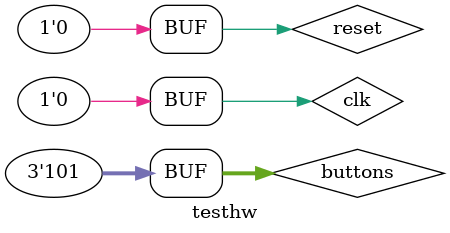
<source format=sv>
`timescale 1ns/1ps 	
module Homework_2 (input logic clk,
input logic reset,
input logic [2:0] buttons,
output logic [1:0] action);

typedef enum logic [1:0] {S , J, D, R} statetype;
statetype state, nextstate;

always_ff @(posedge clk)
	if (reset)	state <= S;
	else		state <= nextstate;
	
	
always_comb begin
	case (state)
		S: if (buttons[2])						nextstate = J;
			else if (buttons[1]) 				nextstate = R;
			else								nextstate = S;
		R: if (buttons[2])						nextstate = J;
			else if (buttons[1])				nextstate = R;
			else								nextstate = S;
		J: if ((buttons & 3'b101) == 3'b101)	nextstate = D;
			else if (buttons[1])				nextstate = R;
			else 								nextstate = S;
		D: 										nextstate = S;
		default:								nextstate = S;
	endcase
end

always_comb begin
	case (state)
		S: action = 2'b00;
		J: action = 2'b01;
		D: action = 2'b10;
		R: action = 2'b11;
		default: action = 2'b00;
	endcase
end

endmodule


module testhw;
	
	// signals
    	logic clk;
    	logic reset;
    	logic [2:0] buttons;
    	logic [1:0] action;


   	 Homework_2 hw (
        	.clk(clk),
        	.reset(reset),
        	.buttons(buttons),
        	.action(action)
    	);


    	// clock
   	initial clk = 0;
    	always begin
		#5 clk = 1;
		#5 clk = 0;
    	end

	initial begin
		reset = 0;
		#10
		reset = 1;
		#10
		reset = 0;
		#10
		buttons = 3'b100;
		#10
		buttons = 3'b101;
		#10
		buttons = 3'b000;
		#10
		buttons = 3'b010;
		#10
		buttons = 3'b100;
		#10
		buttons = 3'b010;
		#10
		buttons = 3'b100;
		#10
		buttons = 3'b000;
		#10
		buttons = 3'b100;
		#10
		reset = 1;
		buttons = 3'b101;
		#10
		reset = 0;
        	

    	end

endmodule
</source>
